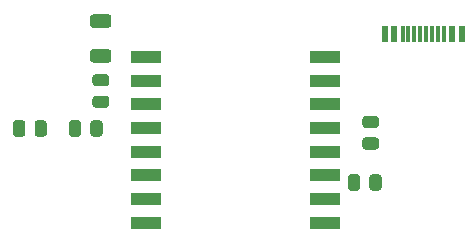
<source format=gtp>
%TF.GenerationSoftware,KiCad,Pcbnew,(5.1.9-0-10_14)*%
%TF.CreationDate,2021-03-23T08:30:50+08:00*%
%TF.ProjectId,Kernel,4b65726e-656c-42e6-9b69-6361645f7063,rev?*%
%TF.SameCoordinates,Original*%
%TF.FileFunction,Paste,Top*%
%TF.FilePolarity,Positive*%
%FSLAX46Y46*%
G04 Gerber Fmt 4.6, Leading zero omitted, Abs format (unit mm)*
G04 Created by KiCad (PCBNEW (5.1.9-0-10_14)) date 2021-03-23 08:30:50*
%MOMM*%
%LPD*%
G01*
G04 APERTURE LIST*
%ADD10R,2.500000X1.000000*%
%ADD11R,0.600000X1.450000*%
%ADD12R,0.300000X1.450000*%
G04 APERTURE END LIST*
D10*
%TO.C,U1*%
X105390000Y-39680000D03*
X105390000Y-41680000D03*
X105390000Y-43680000D03*
X105390000Y-45680000D03*
X105390000Y-47680000D03*
X105390000Y-49680000D03*
X105390000Y-51680000D03*
X105390000Y-53680000D03*
X90190000Y-53680000D03*
X90190000Y-51680000D03*
X90190000Y-49680000D03*
X90190000Y-47680000D03*
X90190000Y-45680000D03*
X90190000Y-43680000D03*
X90190000Y-41680000D03*
X90190000Y-39680000D03*
%TD*%
D11*
%TO.C,J1*%
X110415000Y-37700000D03*
X111215000Y-37700000D03*
X116115000Y-37700000D03*
X116915000Y-37700000D03*
X116915000Y-37700000D03*
X116115000Y-37700000D03*
X111215000Y-37700000D03*
X110415000Y-37700000D03*
D12*
X115415000Y-37700000D03*
X114915000Y-37700000D03*
X114415000Y-37700000D03*
X113415000Y-37700000D03*
X112915000Y-37700000D03*
X112415000Y-37700000D03*
X111915000Y-37700000D03*
X113915000Y-37700000D03*
%TD*%
%TO.C,R5*%
G36*
G01*
X79967500Y-45269998D02*
X79967500Y-46170002D01*
G75*
G02*
X79717502Y-46420000I-249998J0D01*
G01*
X79192498Y-46420000D01*
G75*
G02*
X78942500Y-46170002I0J249998D01*
G01*
X78942500Y-45269998D01*
G75*
G02*
X79192498Y-45020000I249998J0D01*
G01*
X79717502Y-45020000D01*
G75*
G02*
X79967500Y-45269998I0J-249998D01*
G01*
G37*
G36*
G01*
X81792500Y-45269998D02*
X81792500Y-46170002D01*
G75*
G02*
X81542502Y-46420000I-249998J0D01*
G01*
X81017498Y-46420000D01*
G75*
G02*
X80767500Y-46170002I0J249998D01*
G01*
X80767500Y-45269998D01*
G75*
G02*
X81017498Y-45020000I249998J0D01*
G01*
X81542502Y-45020000D01*
G75*
G02*
X81792500Y-45269998I0J-249998D01*
G01*
G37*
%TD*%
%TO.C,R4*%
G36*
G01*
X85909998Y-42945000D02*
X86810002Y-42945000D01*
G75*
G02*
X87060000Y-43194998I0J-249998D01*
G01*
X87060000Y-43720002D01*
G75*
G02*
X86810002Y-43970000I-249998J0D01*
G01*
X85909998Y-43970000D01*
G75*
G02*
X85660000Y-43720002I0J249998D01*
G01*
X85660000Y-43194998D01*
G75*
G02*
X85909998Y-42945000I249998J0D01*
G01*
G37*
G36*
G01*
X85909998Y-41120000D02*
X86810002Y-41120000D01*
G75*
G02*
X87060000Y-41369998I0J-249998D01*
G01*
X87060000Y-41895002D01*
G75*
G02*
X86810002Y-42145000I-249998J0D01*
G01*
X85909998Y-42145000D01*
G75*
G02*
X85660000Y-41895002I0J249998D01*
G01*
X85660000Y-41369998D01*
G75*
G02*
X85909998Y-41120000I249998J0D01*
G01*
G37*
%TD*%
%TO.C,R3*%
G36*
G01*
X85490000Y-46170002D02*
X85490000Y-45269998D01*
G75*
G02*
X85739998Y-45020000I249998J0D01*
G01*
X86265002Y-45020000D01*
G75*
G02*
X86515000Y-45269998I0J-249998D01*
G01*
X86515000Y-46170002D01*
G75*
G02*
X86265002Y-46420000I-249998J0D01*
G01*
X85739998Y-46420000D01*
G75*
G02*
X85490000Y-46170002I0J249998D01*
G01*
G37*
G36*
G01*
X83665000Y-46170002D02*
X83665000Y-45269998D01*
G75*
G02*
X83914998Y-45020000I249998J0D01*
G01*
X84440002Y-45020000D01*
G75*
G02*
X84690000Y-45269998I0J-249998D01*
G01*
X84690000Y-46170002D01*
G75*
G02*
X84440002Y-46420000I-249998J0D01*
G01*
X83914998Y-46420000D01*
G75*
G02*
X83665000Y-46170002I0J249998D01*
G01*
G37*
%TD*%
%TO.C,R2*%
G36*
G01*
X108312000Y-49841998D02*
X108312000Y-50742002D01*
G75*
G02*
X108062002Y-50992000I-249998J0D01*
G01*
X107536998Y-50992000D01*
G75*
G02*
X107287000Y-50742002I0J249998D01*
G01*
X107287000Y-49841998D01*
G75*
G02*
X107536998Y-49592000I249998J0D01*
G01*
X108062002Y-49592000D01*
G75*
G02*
X108312000Y-49841998I0J-249998D01*
G01*
G37*
G36*
G01*
X110137000Y-49841998D02*
X110137000Y-50742002D01*
G75*
G02*
X109887002Y-50992000I-249998J0D01*
G01*
X109361998Y-50992000D01*
G75*
G02*
X109112000Y-50742002I0J249998D01*
G01*
X109112000Y-49841998D01*
G75*
G02*
X109361998Y-49592000I249998J0D01*
G01*
X109887002Y-49592000D01*
G75*
G02*
X110137000Y-49841998I0J-249998D01*
G01*
G37*
%TD*%
%TO.C,R1*%
G36*
G01*
X108769998Y-46477500D02*
X109670002Y-46477500D01*
G75*
G02*
X109920000Y-46727498I0J-249998D01*
G01*
X109920000Y-47252502D01*
G75*
G02*
X109670002Y-47502500I-249998J0D01*
G01*
X108769998Y-47502500D01*
G75*
G02*
X108520000Y-47252502I0J249998D01*
G01*
X108520000Y-46727498D01*
G75*
G02*
X108769998Y-46477500I249998J0D01*
G01*
G37*
G36*
G01*
X108769998Y-44652500D02*
X109670002Y-44652500D01*
G75*
G02*
X109920000Y-44902498I0J-249998D01*
G01*
X109920000Y-45427502D01*
G75*
G02*
X109670002Y-45677500I-249998J0D01*
G01*
X108769998Y-45677500D01*
G75*
G02*
X108520000Y-45427502I0J249998D01*
G01*
X108520000Y-44902498D01*
G75*
G02*
X108769998Y-44652500I249998J0D01*
G01*
G37*
%TD*%
%TO.C,C1*%
G36*
G01*
X87010001Y-37200000D02*
X85709999Y-37200000D01*
G75*
G02*
X85460000Y-36950001I0J249999D01*
G01*
X85460000Y-36299999D01*
G75*
G02*
X85709999Y-36050000I249999J0D01*
G01*
X87010001Y-36050000D01*
G75*
G02*
X87260000Y-36299999I0J-249999D01*
G01*
X87260000Y-36950001D01*
G75*
G02*
X87010001Y-37200000I-249999J0D01*
G01*
G37*
G36*
G01*
X87010001Y-40150000D02*
X85709999Y-40150000D01*
G75*
G02*
X85460000Y-39900001I0J249999D01*
G01*
X85460000Y-39249999D01*
G75*
G02*
X85709999Y-39000000I249999J0D01*
G01*
X87010001Y-39000000D01*
G75*
G02*
X87260000Y-39249999I0J-249999D01*
G01*
X87260000Y-39900001D01*
G75*
G02*
X87010001Y-40150000I-249999J0D01*
G01*
G37*
%TD*%
M02*

</source>
